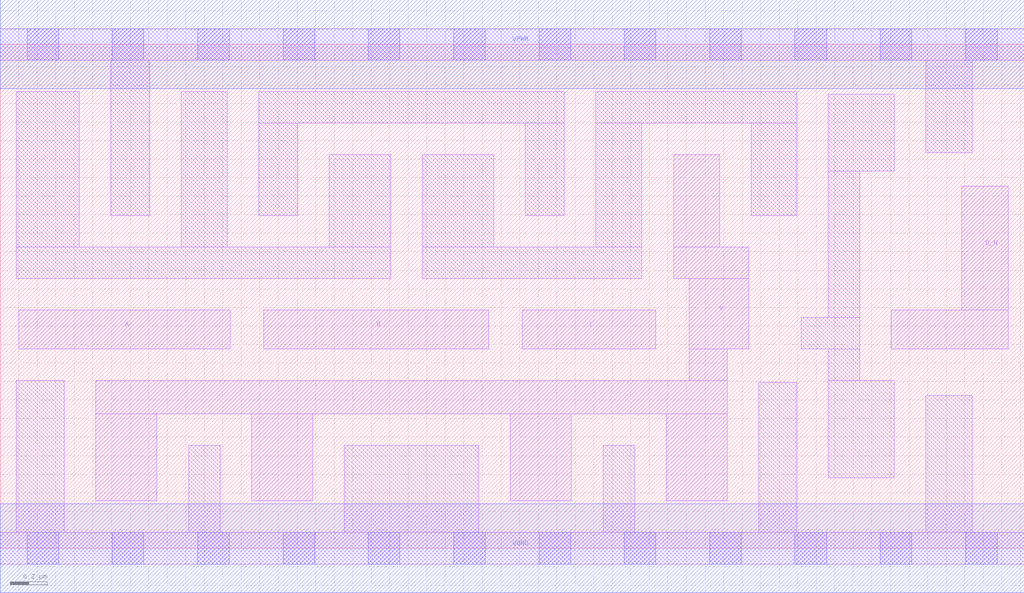
<source format=lef>
# Copyright 2020 The SkyWater PDK Authors
#
# Licensed under the Apache License, Version 2.0 (the "License");
# you may not use this file except in compliance with the License.
# You may obtain a copy of the License at
#
#     https://www.apache.org/licenses/LICENSE-2.0
#
# Unless required by applicable law or agreed to in writing, software
# distributed under the License is distributed on an "AS IS" BASIS,
# WITHOUT WARRANTIES OR CONDITIONS OF ANY KIND, either express or implied.
# See the License for the specific language governing permissions and
# limitations under the License.
#
# SPDX-License-Identifier: Apache-2.0

VERSION 5.7 ;
  NAMESCASESENSITIVE ON ;
  NOWIREEXTENSIONATPIN ON ;
  DIVIDERCHAR "/" ;
  BUSBITCHARS "[]" ;
UNITS
  DATABASE MICRONS 200 ;
END UNITS
MACRO sky130_fd_sc_hd__nor4b_2
  CLASS CORE ;
  SOURCE USER ;
  FOREIGN sky130_fd_sc_hd__nor4b_2 ;
  ORIGIN  0.000000  0.000000 ;
  SIZE  5.520000 BY  2.720000 ;
  SYMMETRY X Y R90 ;
  SITE unithd ;
  PIN A
    ANTENNAGATEAREA  0.495000 ;
    DIRECTION INPUT ;
    USE SIGNAL ;
    PORT
      LAYER li1 ;
        RECT 0.100000 1.075000 1.240000 1.285000 ;
    END
  END A
  PIN B
    ANTENNAGATEAREA  0.495000 ;
    DIRECTION INPUT ;
    USE SIGNAL ;
    PORT
      LAYER li1 ;
        RECT 1.420000 1.075000 2.635000 1.285000 ;
    END
  END B
  PIN C
    ANTENNAGATEAREA  0.495000 ;
    DIRECTION INPUT ;
    USE SIGNAL ;
    PORT
      LAYER li1 ;
        RECT 2.815000 1.075000 3.535000 1.285000 ;
    END
  END C
  PIN D_N
    ANTENNAGATEAREA  0.126000 ;
    DIRECTION INPUT ;
    USE SIGNAL ;
    PORT
      LAYER li1 ;
        RECT 4.805000 1.075000 5.435000 1.285000 ;
        RECT 5.185000 1.285000 5.435000 1.955000 ;
    END
  END D_N
  PIN Y
    ANTENNADIFFAREA  0.972000 ;
    DIRECTION OUTPUT ;
    USE SIGNAL ;
    PORT
      LAYER li1 ;
        RECT 0.515000 0.255000 0.845000 0.725000 ;
        RECT 0.515000 0.725000 3.920000 0.905000 ;
        RECT 1.355000 0.255000 1.685000 0.725000 ;
        RECT 2.750000 0.255000 3.080000 0.725000 ;
        RECT 3.590000 0.255000 3.920000 0.725000 ;
        RECT 3.630000 1.455000 4.035000 1.625000 ;
        RECT 3.630000 1.625000 3.880000 2.125000 ;
        RECT 3.715000 0.905000 3.920000 1.075000 ;
        RECT 3.715000 1.075000 4.035000 1.455000 ;
    END
  END Y
  PIN VGND
    DIRECTION INOUT ;
    SHAPE ABUTMENT ;
    USE GROUND ;
    PORT
      LAYER met1 ;
        RECT 0.000000 -0.240000 5.520000 0.240000 ;
    END
  END VGND
  PIN VPWR
    DIRECTION INOUT ;
    SHAPE ABUTMENT ;
    USE POWER ;
    PORT
      LAYER met1 ;
        RECT 0.000000 2.480000 5.520000 2.960000 ;
    END
  END VPWR
  OBS
    LAYER li1 ;
      RECT 0.000000 -0.085000 5.520000 0.085000 ;
      RECT 0.000000  2.635000 5.520000 2.805000 ;
      RECT 0.085000  0.085000 0.345000 0.905000 ;
      RECT 0.085000  1.455000 2.105000 1.625000 ;
      RECT 0.085000  1.625000 0.425000 2.465000 ;
      RECT 0.595000  1.795000 0.805000 2.635000 ;
      RECT 0.975000  1.625000 1.225000 2.465000 ;
      RECT 1.015000  0.085000 1.185000 0.555000 ;
      RECT 1.395000  1.795000 1.605000 2.295000 ;
      RECT 1.395000  2.295000 3.040000 2.465000 ;
      RECT 1.775000  1.625000 2.105000 2.125000 ;
      RECT 1.855000  0.085000 2.580000 0.555000 ;
      RECT 2.275000  1.455000 3.460000 1.625000 ;
      RECT 2.275000  1.625000 2.660000 2.125000 ;
      RECT 2.830000  1.795000 3.040000 2.295000 ;
      RECT 3.210000  1.625000 3.460000 2.295000 ;
      RECT 3.210000  2.295000 4.295000 2.465000 ;
      RECT 3.250000  0.085000 3.420000 0.555000 ;
      RECT 4.050000  1.795000 4.295000 2.295000 ;
      RECT 4.090000  0.085000 4.295000 0.895000 ;
      RECT 4.320000  1.075000 4.635000 1.245000 ;
      RECT 4.465000  0.380000 4.820000 0.905000 ;
      RECT 4.465000  0.905000 4.635000 1.075000 ;
      RECT 4.465000  1.245000 4.635000 2.035000 ;
      RECT 4.465000  2.035000 4.820000 2.450000 ;
      RECT 4.990000  0.085000 5.240000 0.825000 ;
      RECT 4.990000  2.135000 5.240000 2.635000 ;
    LAYER mcon ;
      RECT 0.145000 -0.085000 0.315000 0.085000 ;
      RECT 0.145000  2.635000 0.315000 2.805000 ;
      RECT 0.605000 -0.085000 0.775000 0.085000 ;
      RECT 0.605000  2.635000 0.775000 2.805000 ;
      RECT 1.065000 -0.085000 1.235000 0.085000 ;
      RECT 1.065000  2.635000 1.235000 2.805000 ;
      RECT 1.525000 -0.085000 1.695000 0.085000 ;
      RECT 1.525000  2.635000 1.695000 2.805000 ;
      RECT 1.985000 -0.085000 2.155000 0.085000 ;
      RECT 1.985000  2.635000 2.155000 2.805000 ;
      RECT 2.445000 -0.085000 2.615000 0.085000 ;
      RECT 2.445000  2.635000 2.615000 2.805000 ;
      RECT 2.905000 -0.085000 3.075000 0.085000 ;
      RECT 2.905000  2.635000 3.075000 2.805000 ;
      RECT 3.365000 -0.085000 3.535000 0.085000 ;
      RECT 3.365000  2.635000 3.535000 2.805000 ;
      RECT 3.825000 -0.085000 3.995000 0.085000 ;
      RECT 3.825000  2.635000 3.995000 2.805000 ;
      RECT 4.285000 -0.085000 4.455000 0.085000 ;
      RECT 4.285000  2.635000 4.455000 2.805000 ;
      RECT 4.745000 -0.085000 4.915000 0.085000 ;
      RECT 4.745000  2.635000 4.915000 2.805000 ;
      RECT 5.205000 -0.085000 5.375000 0.085000 ;
      RECT 5.205000  2.635000 5.375000 2.805000 ;
  END
END sky130_fd_sc_hd__nor4b_2

</source>
